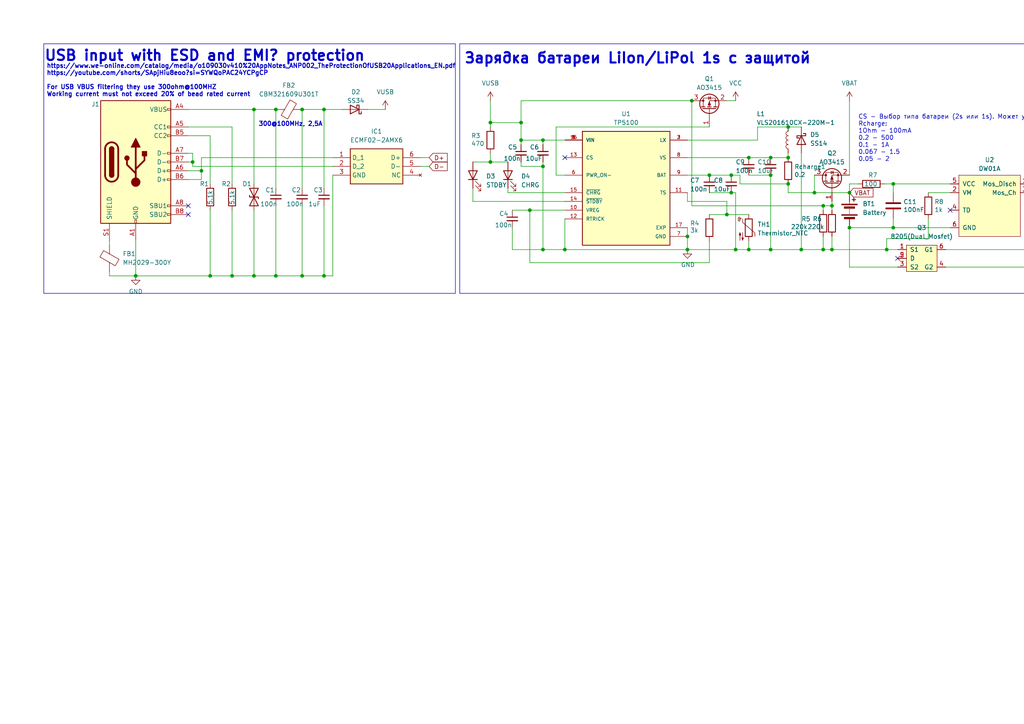
<source format=kicad_sch>
(kicad_sch (version 20231120) (generator "eeschema") (generator_version "8.0")
  (paper "A4")
  (lib_symbols
    (symbol "Connector:USB_C_Receptacle_USB2.0" (pin_names (offset 1.016))
      (property "Reference" "J" (at -10.16 19.05 0))
      (property "Value" "USB_C_Receptacle_USB2.0" (at 19.05 19.05 0))
      (symbol "USB_C_Receptacle_USB2.0_0_0"
        (rectangle (start -0.254 -17.78) (end 0.254 -16.764))
        (rectangle (start 10.16 -14.986) (end 9.144 -15.494))
        (rectangle (start 10.16 -12.446) (end 9.144 -12.954))
        (rectangle (start 10.16 -4.826) (end 9.144 -5.334))
        (rectangle (start 10.16 -2.286) (end 9.144 -2.794))
        (rectangle (start 10.16 0.254) (end 9.144 -0.254))
        (rectangle (start 10.16 2.794) (end 9.144 2.286))
        (rectangle (start 10.16 7.874) (end 9.144 7.366))
        (rectangle (start 10.16 10.414) (end 9.144 9.906))
        (rectangle (start 10.16 15.494) (end 9.144 14.986))
      )
      (symbol "USB_C_Receptacle_USB2.0_0_1"
        (rectangle (start -10.16 17.78) (end 10.16 -17.78) (stroke (width 0.254)) (fill (type background)))
        (arc (start -8.89 -3.81) (mid -6.985 -5.7067) (end -5.08 -3.81) (stroke (width 0.508)))
        (arc (start -7.62 -3.81) (mid -6.985 -4.4423) (end -6.35 -3.81) (stroke (width 0.254)))
        (arc (start -7.62 -3.81) (mid -6.985 -4.4423) (end -6.35 -3.81) (stroke (width 0.254)) (fill (type outline)))
        (rectangle (start -7.62 -3.81) (end -6.35 3.81) (stroke (width 0.254)) (fill (type outline)))
        (arc (start -6.35 3.81) (mid -6.985 4.4423) (end -7.62 3.81) (stroke (width 0.254)))
        (arc (start -6.35 3.81) (mid -6.985 4.4423) (end -7.62 3.81) (stroke (width 0.254)) (fill (type outline)))
        (arc (start -5.08 3.81) (mid -6.985 5.7067) (end -8.89 3.81) (stroke (width 0.508)))
        (circle (center -2.54 1.143) (radius 0.635) (stroke (width 0.254)) (fill (type outline)))
        (circle (center 0 -5.842) (radius 1.27) (fill (type outline)))
        (polyline (pts (xy -8.89 -3.81) (xy -8.89 3.81)) (stroke (width 0.508)))
        (polyline (pts (xy -5.08 3.81) (xy -5.08 -3.81)) (stroke (width 0.508)))
        (polyline (pts (xy 0 -5.842) (xy 0 4.318)) (stroke (width 0.508)))
        (polyline (pts (xy 0 -3.302) (xy -2.54 -0.762) (xy -2.54 0.508)) (stroke (width 0.508)))
        (polyline (pts (xy 0 -2.032) (xy 2.54 0.508) (xy 2.54 1.778)) (stroke (width 0.508)))
        (polyline (pts (xy -1.27 4.318) (xy 0 6.858) (xy 1.27 4.318) (xy -1.27 4.318)) (stroke (width 0.254)) (fill (type outline)))
        (rectangle (start 1.905 1.778) (end 3.175 3.048) (stroke (width 0.254)) (fill (type outline)))
      )
      (symbol "USB_C_Receptacle_USB2.0_1_1"
        (pin passive line (at 0 -22.86 90) (length 5.08) (name "GND") (number "A1"))
        (pin passive line (at 0 -22.86 90) (length 5.08) hide (name "GND") (number "A12"))
        (pin passive line (at 15.24 15.24 180) (length 5.08) (name "VBUS") (number "A4"))
        (pin bidirectional line (at 15.24 10.16 180) (length 5.08) (name "CC1") (number "A5"))
        (pin bidirectional line (at 15.24 -2.54 180) (length 5.08) (name "D+") (number "A6"))
        (pin bidirectional line (at 15.24 2.54 180) (length 5.08) (name "D-") (number "A7"))
        (pin bidirectional line (at 15.24 -12.7 180) (length 5.08) (name "SBU1") (number "A8"))
        (pin passive line (at 15.24 15.24 180) (length 5.08) hide (name "VBUS") (number "A9"))
        (pin passive line (at 0 -22.86 90) (length 5.08) hide (name "GND") (number "B1"))
        (pin passive line (at 0 -22.86 90) (length 5.08) hide (name "GND") (number "B12"))
        (pin passive line (at 15.24 15.24 180) (length 5.08) hide (name "VBUS") (number "B4"))
        (pin bidirectional line (at 15.24 7.62 180) (length 5.08) (name "CC2") (number "B5"))
        (pin bidirectional line (at 15.24 -5.08 180) (length 5.08) (name "D+") (number "B6"))
        (pin bidirectional line (at 15.24 0 180) (length 5.08) (name "D-") (number "B7"))
        (pin bidirectional line (at 15.24 -15.24 180) (length 5.08) (name "SBU2") (number "B8"))
        (pin passive line (at 15.24 15.24 180) (length 5.08) hide (name "VBUS") (number "B9"))
        (pin passive line (at -7.62 -22.86 90) (length 5.08) (name "SHIELD") (number "S1"))
      )
    )
    (symbol "Device:Battery" (pin_numbers hide) (pin_names (offset 0) hide)
      (property "Reference" "BT" (at 2.54 2.54 0))
      (property "Value" "Battery" (at 2.54 0 0))
      (symbol "Battery_0_1"
        (rectangle (start -2.286 -1.27) (end 2.286 -1.524) (fill (type outline)))
        (rectangle (start -2.286 1.778) (end 2.286 1.524) (fill (type outline)))
        (rectangle (start -1.524 -2.032) (end 1.524 -2.54) (fill (type outline)))
        (rectangle (start -1.524 1.016) (end 1.524 0.508) (fill (type outline)))
        (polyline (pts (xy 0 -1.016) (xy 0 -0.762)))
        (polyline (pts (xy 0 -0.508) (xy 0 -0.254)))
        (polyline (pts (xy 0 0) (xy 0 0.254)))
        (polyline (pts (xy 0 1.778) (xy 0 2.54)))
        (polyline (pts (xy 0.762 3.048) (xy 1.778 3.048)) (stroke (width 0.254)))
        (polyline (pts (xy 1.27 3.556) (xy 1.27 2.54)) (stroke (width 0.254)))
      )
      (symbol "Battery_1_1"
        (pin passive line (at 0 5.08 270) (length 2.54) (name "+") (number "1"))
        (pin passive line (at 0 -5.08 90) (length 2.54) (name "-") (number "2"))
      )
    )
    (symbol "Device:C" (pin_numbers hide) (pin_names (offset 0.254))
      (property "Reference" "C" (at 0.635 2.54 0))
      (property "Value" "C" (at 0.635 -2.54 0))
      (symbol "C_0_1"
        (polyline (pts (xy -2.032 -0.762) (xy 2.032 -0.762)) (stroke (width 0.508)))
        (polyline (pts (xy -2.032 0.762) (xy 2.032 0.762)) (stroke (width 0.508)))
      )
      (symbol "C_1_1"
        (pin passive line (at 0 3.81 270) (length 2.794) (name "~") (number "1"))
        (pin passive line (at 0 -3.81 90) (length 2.794) (name "~") (number "2"))
      )
    )
    (symbol "Device:C_Small" (pin_numbers hide) (pin_names (offset 0.254) hide)
      (property "Reference" "C" (at 0.254 1.778 0))
      (property "Value" "C_Small" (at 0.254 -2.032 0))
      (symbol "C_Small_0_1"
        (polyline (pts (xy -1.524 -0.508) (xy 1.524 -0.508)) (stroke (width 0.3302)))
        (polyline (pts (xy -1.524 0.508) (xy 1.524 0.508)) (stroke (width 0.3048)))
      )
      (symbol "C_Small_1_1"
        (pin passive line (at 0 2.54 270) (length 2.032) (name "~") (number "1"))
        (pin passive line (at 0 -2.54 90) (length 2.032) (name "~") (number "2"))
      )
    )
    (symbol "Device:D_Schottky" (pin_numbers hide) (pin_names (offset 1.016) hide)
      (property "Reference" "D" (at 0 2.54 0))
      (property "Value" "D_Schottky" (at 0 -2.54 0))
      (symbol "D_Schottky_0_1"
        (polyline (pts (xy 1.27 0) (xy -1.27 0)))
        (polyline (pts (xy 1.27 1.27) (xy 1.27 -1.27) (xy -1.27 0) (xy 1.27 1.27)) (stroke (width 0.254)))
        (polyline (pts (xy -1.905 0.635) (xy -1.905 1.27) (xy -1.27 1.27) (xy -1.27 -1.27) (xy -0.635 -1.27) (xy -0.635 -0.635)) (stroke (width 0.254)))
      )
      (symbol "D_Schottky_1_1"
        (pin passive line (at -3.81 0 0) (length 2.54) (name "K") (number "1"))
        (pin passive line (at 3.81 0 180) (length 2.54) (name "A") (number "2"))
      )
    )
    (symbol "Device:D_TVS" (pin_numbers hide) (pin_names (offset 1.016) hide)
      (property "Reference" "D" (at 0 2.54 0))
      (property "Value" "D_TVS" (at 0 -2.54 0))
      (symbol "D_TVS_0_1"
        (polyline (pts (xy 1.27 0) (xy -1.27 0)))
        (polyline (pts (xy 0.508 1.27) (xy 0 1.27) (xy 0 -1.27) (xy -0.508 -1.27)) (stroke (width 0.254)))
        (polyline (pts (xy -2.54 1.27) (xy -2.54 -1.27) (xy 2.54 1.27) (xy 2.54 -1.27) (xy -2.54 1.27)) (stroke (width 0.254)))
      )
      (symbol "D_TVS_1_1"
        (pin passive line (at -3.81 0 0) (length 2.54) (name "A1") (number "1"))
        (pin passive line (at 3.81 0 180) (length 2.54) (name "A2") (number "2"))
      )
    )
    (symbol "Device:FerriteBead" (pin_numbers hide) (pin_names (offset 0))
      (property "Reference" "FB" (at -3.81 0.635 90))
      (property "Value" "FerriteBead" (at 3.81 0 90))
      (symbol "FerriteBead_0_1"
        (polyline (pts (xy 0 -1.27) (xy 0 -1.2192)))
        (polyline (pts (xy 0 1.27) (xy 0 1.2954)))
        (polyline (pts (xy -2.7686 0.4064) (xy -1.7018 2.2606) (xy 2.7686 -0.3048) (xy 1.6764 -2.159) (xy -2.7686 0.4064)))
      )
      (symbol "FerriteBead_1_1"
        (pin passive line (at 0 3.81 270) (length 2.54) (name "~") (number "1"))
        (pin passive line (at 0 -3.81 90) (length 2.54) (name "~") (number "2"))
      )
    )
    (symbol "Device:L" (pin_numbers hide) (pin_names (offset 1.016) hide)
      (property "Reference" "L" (at -1.27 0 90))
      (property "Value" "L" (at 1.905 0 90))
      (symbol "L_0_1"
        (arc (start 0 -2.54) (mid 0.6323 -1.905) (end 0 -1.27))
        (arc (start 0 -1.27) (mid 0.6323 -0.635) (end 0 0))
        (arc (start 0 0) (mid 0.6323 0.635) (end 0 1.27))
        (arc (start 0 1.27) (mid 0.6323 1.905) (end 0 2.54))
      )
      (symbol "L_1_1"
        (pin passive line (at 0 3.81 270) (length 1.27) (name "1") (number "1"))
        (pin passive line (at 0 -3.81 90) (length 1.27) (name "2") (number "2"))
      )
    )
    (symbol "Device:LED" (pin_numbers hide) (pin_names (offset 1.016) hide)
      (property "Reference" "D" (at 0 2.54 0))
      (property "Value" "LED" (at 0 -2.54 0))
      (symbol "LED_0_1"
        (polyline (pts (xy -1.27 -1.27) (xy -1.27 1.27)) (stroke (width 0.254)))
        (polyline (pts (xy -1.27 0) (xy 1.27 0)))
        (polyline (pts (xy 1.27 -1.27) (xy 1.27 1.27) (xy -1.27 0) (xy 1.27 -1.27)) (stroke (width 0.254)))
        (polyline (pts (xy -3.048 -0.762) (xy -4.572 -2.286) (xy -3.81 -2.286) (xy -4.572 -2.286) (xy -4.572 -1.524)))
        (polyline (pts (xy -1.778 -0.762) (xy -3.302 -2.286) (xy -2.54 -2.286) (xy -3.302 -2.286) (xy -3.302 -1.524)))
      )
      (symbol "LED_1_1"
        (pin passive line (at -3.81 0 0) (length 2.54) (name "K") (number "1"))
        (pin passive line (at 3.81 0 180) (length 2.54) (name "A") (number "2"))
      )
    )
    (symbol "Device:Q_PMOS_GSD" (pin_names (offset 0) hide)
      (property "Reference" "Q" (at 5.08 1.27 0))
      (property "Value" "Q_PMOS_GSD" (at 5.08 -1.27 0))
      (symbol "Q_PMOS_GSD_0_1"
        (polyline (pts (xy 0.254 0) (xy -2.54 0)))
        (polyline (pts (xy 0.254 1.905) (xy 0.254 -1.905)) (stroke (width 0.254)))
        (polyline (pts (xy 0.762 -1.27) (xy 0.762 -2.286)) (stroke (width 0.254)))
        (polyline (pts (xy 0.762 0.508) (xy 0.762 -0.508)) (stroke (width 0.254)))
        (polyline (pts (xy 0.762 2.286) (xy 0.762 1.27)) (stroke (width 0.254)))
        (polyline (pts (xy 2.54 2.54) (xy 2.54 1.778)))
        (polyline (pts (xy 2.54 -2.54) (xy 2.54 0) (xy 0.762 0)))
        (polyline (pts (xy 0.762 1.778) (xy 3.302 1.778) (xy 3.302 -1.778) (xy 0.762 -1.778)))
        (polyline (pts (xy 2.286 0) (xy 1.27 0.381) (xy 1.27 -0.381) (xy 2.286 0)) (fill (type outline)))
        (polyline (pts (xy 2.794 -0.508) (xy 2.921 -0.381) (xy 3.683 -0.381) (xy 3.81 -0.254)))
        (polyline (pts (xy 3.302 -0.381) (xy 2.921 0.254) (xy 3.683 0.254) (xy 3.302 -0.381)))
        (circle (center 1.651 0) (radius 2.794) (stroke (width 0.254)))
        (circle (center 2.54 -1.778) (radius 0.254) (fill (type outline)))
        (circle (center 2.54 1.778) (radius 0.254) (fill (type outline)))
      )
      (symbol "Q_PMOS_GSD_1_1"
        (pin input line (at -5.08 0 0) (length 2.54) (name "G") (number "1"))
        (pin passive line (at 2.54 -5.08 90) (length 2.54) (name "S") (number "2"))
        (pin passive line (at 2.54 5.08 270) (length 2.54) (name "D") (number "3"))
      )
    )
    (symbol "Device:R" (pin_numbers hide) (pin_names (offset 0))
      (property "Reference" "R" (at 2.032 0 90))
      (property "Value" "R" (at 0 0 90))
      (symbol "R_0_1"
        (rectangle (start -1.016 -2.54) (end 1.016 2.54) (stroke (width 0.254)))
      )
      (symbol "R_1_1"
        (pin passive line (at 0 3.81 270) (length 1.27) (name "~") (number "1"))
        (pin passive line (at 0 -3.81 90) (length 1.27) (name "~") (number "2"))
      )
    )
    (symbol "Device:Thermistor_NTC" (pin_numbers hide) (pin_names (offset 0))
      (property "Reference" "TH" (at -4.445 0 90))
      (property "Value" "Thermistor_NTC" (at 3.175 0 90))
      (symbol "Thermistor_NTC_0_1"
        (arc (start -3.048 2.159) (mid -3.0495 2.3143) (end -3.175 2.413))
        (arc (start -3.048 2.159) (mid -2.9736 1.9794) (end -2.794 1.905))
        (arc (start -3.048 2.794) (mid -2.9736 2.6144) (end -2.794 2.54))
        (arc (start -2.794 1.905) (mid -2.6144 1.9794) (end -2.54 2.159))
        (arc (start -2.794 2.54) (mid -2.4393 2.5587) (end -2.159 2.794))
        (arc (start -2.794 3.048) (mid -2.9736 2.9736) (end -3.048 2.794))
        (arc (start -2.54 2.794) (mid -2.6144 2.9736) (end -2.794 3.048))
        (rectangle (start -1.016 2.54) (end 1.016 -2.54) (stroke (width 0.254)))
        (polyline (pts (xy -2.54 2.159) (xy -2.54 2.794)))
        (polyline (pts (xy -1.778 2.54) (xy -1.778 1.524) (xy 1.778 -1.524) (xy 1.778 -2.54)))
        (polyline (pts (xy -2.54 -3.683) (xy -2.54 -1.397) (xy -2.794 -2.159) (xy -2.286 -2.159) (xy -2.54 -1.397) (xy -2.54 -1.651)) (fill (type outline)))
        (polyline (pts (xy -1.778 -1.397) (xy -1.778 -3.683) (xy -2.032 -2.921) (xy -1.524 -2.921) (xy -1.778 -3.683) (xy -1.778 -3.429)) (fill (type outline)))
      )
      (symbol "Thermistor_NTC_1_1"
        (pin passive line (at 0 3.81 270) (length 1.27) (name "~") (number "1"))
        (pin passive line (at 0 -3.81 90) (length 1.27) (name "~") (number "2"))
      )
    )
    (symbol "VCC_1" (power) (pin_numbers hide) (pin_names (offset 0) hide)
      (property "Value" "VCC" (at 0 3.556 0))
      (symbol "VCC_1_0_1"
        (polyline (pts (xy -0.762 1.27) (xy 0 2.54)))
        (polyline (pts (xy 0 0) (xy 0 2.54)))
        (polyline (pts (xy 0 2.54) (xy 0.762 1.27)))
      )
      (symbol "VCC_1_1_1"
        (pin power_in line (at 0 0 90) (length 0) (name "~") (number "1"))
      )
    )
    (symbol "_chips:8205_sot-23" (pin_names (offset 1.016))
      (property "Reference" "Q1" (at -0.635 8.255 0))
      (property "Value" "8205(Dual_Mosfet)" (at -0.635 5.9436 0))
      (symbol "8205_sot-23_0_1"
        (rectangle (start 3.81 -3.81) (end -5.08 3.81) (fill (type background)))
      )
      (symbol "8205_sot-23_1_1"
        (pin passive line (at -7.62 2.54 0) (length 2.54) (name "S1") (number "1"))
        (pin passive line (at -7.62 0 0) (length 2.54) (name "D") (number "2"))
        (pin passive line (at -7.62 -2.54 0) (length 2.54) (name "S2") (number "3"))
        (pin passive line (at 6.35 -2.54 180) (length 2.54) (name "G2") (number "4"))
        (pin passive line (at -7.62 0 0) (length 2.54) (name "D") (number "5"))
        (pin passive line (at 6.35 2.54 180) (length 2.54) (name "G1") (number "6"))
      )
    )
    (symbol "_chips:DW01a" (pin_names (offset 1.016))
      (property "Reference" "U6" (at 0 6.731 0))
      (property "Value" "DW01A" (at 0 4.4196 0))
      (symbol "DW01a_0_1"
        (rectangle (start 8.89 2.54) (end -8.89 -15.24) (fill (type background)))
      )
      (symbol "DW01a_1_1"
        (pin output line (at 11.43 0 180) (length 2.54) (name "Mos_Disch") (number "1"))
        (pin input line (at -11.43 -2.54 0) (length 2.54) (name "VM") (number "2"))
        (pin output line (at 11.43 -2.54 180) (length 2.54) (name "Mos_Ch") (number "3"))
        (pin passive line (at -11.43 -7.62 0) (length 2.54) (name "TD") (number "4"))
        (pin power_in line (at -11.43 0 0) (length 2.54) (name "VCC") (number "5"))
        (pin power_in line (at -11.43 -12.7 0) (length 2.54) (name "GND") (number "6"))
      )
    )
    (symbol "_chips:ECMF02-2AMX6"
      (property "Reference" "IC" (at 5.08 7.62 0))
      (property "Value" "ECMF02-2AMX6" (at 5.08 5.08 0))
      (symbol "ECMF02-2AMX6_1_1"
        (rectangle (start 5.08 2.54) (end 20.32 -7.62) (stroke (width 0.254)) (fill (type background)))
        (pin passive line (at 0 0 0) (length 5.08) (name "D_1") (number "1"))
        (pin passive line (at 0 -2.54 0) (length 5.08) (name "D_2") (number "2"))
        (pin passive line (at 0 -5.08 0) (length 5.08) (name "GND") (number "3"))
        (pin no_connect line (at 25.4 -5.08 180) (length 5.08) (name "NC") (number "4"))
        (pin passive line (at 25.4 -2.54 180) (length 5.08) (name "D-") (number "5"))
        (pin passive line (at 25.4 0 180) (length 5.08) (name "D+") (number "6"))
      )
    )
    (symbol "_chips:TP5100" (pin_names (offset 1.016))
      (property "Reference" "U" (at -12.7 15.748 0))
      (property "Value" "TP5100" (at -12.7 -20.32 0))
      (symbol "TP5100_0_0"
        (rectangle (start -12.7 -17.78) (end 12.7 15.24) (stroke (width 0.254)) (fill (type background)))
        (pin input line (at -17.78 12.7 0) (length 5.08) (name "VIN") (number "1"))
        (pin passive line (at -17.78 -7.62 0) (length 5.08) (name "VREG") (number "10"))
        (pin passive line (at 17.78 -2.54 180) (length 5.08) (name "TS") (number "11"))
        (pin passive line (at -17.78 -10.16 0) (length 5.08) (name "RTRICK") (number "12"))
        (pin input line (at -17.78 7.62 0) (length 5.08) (name "CS") (number "13"))
        (pin output line (at -17.78 -5.08 0) (length 5.08) (name "~{STDBY}") (number "14"))
        (pin output line (at -17.78 -2.54 0) (length 5.08) (name "~{CHRG}") (number "15"))
        (pin input line (at -17.78 12.7 0) (length 5.08) (name "VIN") (number "16"))
        (pin passive line (at 17.78 -12.7 180) (length 5.08) (name "EXP") (number "17"))
        (pin output line (at 17.78 12.7 180) (length 5.08) (name "LX") (number "2"))
        (pin output line (at 17.78 12.7 180) (length 5.08) (name "LX") (number "3"))
        (pin input line (at -17.78 12.7 0) (length 5.08) (name "VIN") (number "4"))
        (pin input line (at -17.78 12.7 0) (length 5.08) (name "VIN") (number "5"))
        (pin input line (at -17.78 2.54 0) (length 5.08) (name "PWR_ON-") (number "6"))
        (pin power_in line (at 17.78 -15.24 180) (length 5.08) (name "GND") (number "7"))
        (pin output line (at 17.78 7.62 180) (length 5.08) (name "VS") (number "8"))
        (pin output line (at 17.78 2.54 180) (length 5.08) (name "BAT") (number "9"))
      )
    )
    (symbol "power:GND" (power) (pin_names (offset 0))
      (property "Value" "GND" (at 0 -3.81 0))
      (symbol "GND_0_1"
        (polyline (pts (xy 0 0) (xy 0 -1.27) (xy 1.27 -1.27) (xy 0 -2.54) (xy -1.27 -1.27) (xy 0 -1.27)))
      )
      (symbol "GND_1_1"
        (pin power_in line (at 0 0 270) (length 0) hide (name "GND") (number "1"))
      )
    )
    (symbol "power:VCC" (power) (pin_names (offset 0))
      (property "Value" "VCC" (at 0 3.81 0))
      (symbol "VCC_0_1"
        (polyline (pts (xy -0.762 1.27) (xy 0 2.54)))
        (polyline (pts (xy 0 0) (xy 0 2.54)))
        (polyline (pts (xy 0 2.54) (xy 0.762 1.27)))
      )
      (symbol "VCC_1_1"
        (pin power_in line (at 0 0 90) (length 0) hide (name "VCC") (number "1"))
      )
    )
  )
  (junction (at 205.74 50.8))
  (junction (at 246.38 66.04))
  (junction (at 142.24 35.56))
  (junction (at 228.6 36.83))
  (junction (at 217.17 72.39))
  (junction (at 157.48 48.26))
  (junction (at 238.76 72.39))
  (junction (at 259.08 53.34))
  (junction (at 157.48 40.64))
  (junction (at 217.17 45.72))
  (junction (at 87.63 31.75))
  (junction (at 241.3 72.39))
  (junction (at 223.52 45.72))
  (junction (at 236.22 55.88))
  (junction (at 228.6 45.72))
  (junction (at 142.24 46.99))
  (junction (at 228.6 53.34))
  (junction (at 199.39 68.58))
  (junction (at 151.13 40.64))
  (junction (at 73.66 31.75))
  (junction (at 223.52 50.8))
  (junction (at 93.98 31.75))
  (junction (at 67.31 80.01))
  (junction (at 210.82 62.23))
  (junction (at 200.66 29.21))
  (junction (at 257.175 72.39))
  (junction (at 39.37 80.01))
  (junction (at 259.08 66.04))
  (junction (at 93.98 80.01))
  (junction (at 199.39 72.39))
  (junction (at 151.13 35.56))
  (junction (at 153.67 60.96))
  (junction (at 73.66 80.01))
  (junction (at 60.96 80.01))
  (junction (at 55.88 46.99))
  (junction (at 163.83 72.39))
  (junction (at 241.3 59.69))
  (junction (at 212.09 55.88))
  (junction (at 80.01 31.75))
  (junction (at 246.38 55.88))
  (junction (at 213.36 72.39))
  (junction (at 223.52 72.39))
  (junction (at 232.41 72.39))
  (junction (at 58.42 49.53))
  (junction (at 157.48 72.39))
  (junction (at 80.01 80.01))
  (junction (at 238.76 59.69))
  (junction (at 212.09 50.8))
  (junction (at 87.63 80.01))
  (no_connect (at 275.59 60.96))
  (no_connect (at 260.35 74.93))
  (no_connect (at 54.61 62.23))
  (no_connect (at 54.61 59.69))
  (no_connect (at 163.83 45.72))
  (wire (pts (xy 241.3 59.69) (xy 241.3 60.96)))
  (wire (pts (xy 58.42 49.53) (xy 54.61 49.53)))
  (wire (pts (xy 151.13 35.56) (xy 151.13 29.21)))
  (wire (pts (xy 238.76 68.58) (xy 238.76 72.39)))
  (wire (pts (xy 236.22 50.8) (xy 236.22 55.88)))
  (wire (pts (xy 157.48 41.91) (xy 157.48 40.64)))
  (wire (pts (xy 199.39 72.39) (xy 199.39 68.58)))
  (wire (pts (xy 205.74 69.85) (xy 205.74 76.2)))
  (wire (pts (xy 246.38 66.04) (xy 246.38 77.47)))
  (wire (pts (xy 210.82 29.21) (xy 213.36 29.21)))
  (wire (pts (xy 161.29 50.8) (xy 163.83 50.8)))
  (wire (pts (xy 54.61 36.83) (xy 67.31 36.83)))
  (wire (pts (xy 67.31 36.83) (xy 67.31 53.34)))
  (wire (pts (xy 55.88 44.45) (xy 54.61 44.45)))
  (wire (pts (xy 205.74 50.8) (xy 212.09 50.8)))
  (wire (pts (xy 205.74 62.23) (xy 210.82 62.23)))
  (wire (pts (xy 106.68 31.75) (xy 111.76 31.75)))
  (wire (pts (xy 238.76 72.39) (xy 241.3 72.39)))
  (wire (pts (xy 148.59 60.96) (xy 153.67 60.96)))
  (wire (pts (xy 223.52 50.8) (xy 223.52 72.39)))
  (wire (pts (xy 213.36 55.88) (xy 212.09 55.88)))
  (wire (pts (xy 217.17 69.85) (xy 217.17 72.39)))
  (wire (pts (xy 241.3 68.58) (xy 241.3 72.39)))
  (wire (pts (xy 246.38 77.47) (xy 260.35 77.47)))
  (wire (pts (xy 58.42 49.53) (xy 58.42 52.07)))
  (wire (pts (xy 214.63 50.8) (xy 214.63 53.34)))
  (wire (pts (xy 87.63 80.01) (xy 93.98 80.01)))
  (wire (pts (xy 58.42 45.72) (xy 58.42 49.53)))
  (wire (pts (xy 80.01 80.01) (xy 87.63 80.01)))
  (wire (pts (xy 73.66 60.96) (xy 73.66 80.01)))
  (wire (pts (xy 39.37 69.85) (xy 39.37 80.01)))
  (wire (pts (xy 257.175 72.39) (xy 260.35 72.39)))
  (wire (pts (xy 151.13 41.91) (xy 151.13 40.64)))
  (wire (pts (xy 274.32 77.47) (xy 300.99 77.47)))
  (wire (pts (xy 223.52 45.72) (xy 228.6 45.72)))
  (wire (pts (xy 121.92 45.72) (xy 124.46 45.72)))
  (wire (pts (xy 87.63 31.75) (xy 87.63 54.61)))
  (wire (pts (xy 199.39 72.39) (xy 163.83 72.39)))
  (wire (pts (xy 31.75 69.85) (xy 31.75 71.12)))
  (wire (pts (xy 148.59 72.39) (xy 148.59 66.04)))
  (wire (pts (xy 39.37 80.01) (xy 60.96 80.01)))
  (wire (pts (xy 210.82 62.23) (xy 217.17 62.23)))
  (wire (pts (xy 232.41 44.45) (xy 232.41 72.39)))
  (wire (pts (xy 163.83 40.64) (xy 157.48 40.64)))
  (wire (pts (xy 205.74 55.88) (xy 212.09 55.88)))
  (wire (pts (xy 142.24 35.56) (xy 142.24 36.83)))
  (wire (pts (xy 213.36 72.39) (xy 217.17 72.39)))
  (wire (pts (xy 199.39 55.88) (xy 199.39 58.42)))
  (wire (pts (xy 228.6 53.34) (xy 228.6 55.88)))
  (wire (pts (xy 241.3 72.39) (xy 257.175 72.39)))
  (wire (pts (xy 54.61 46.99) (xy 55.88 46.99)))
  (wire (pts (xy 137.16 46.99) (xy 142.24 46.99)))
  (wire (pts (xy 151.13 48.26) (xy 157.48 48.26)))
  (wire (pts (xy 163.83 72.39) (xy 157.48 72.39)))
  (wire (pts (xy 212.09 50.8) (xy 214.63 50.8)))
  (wire (pts (xy 157.48 48.26) (xy 157.48 72.39)))
  (wire (pts (xy 259.08 63.5) (xy 259.08 66.04)))
  (wire (pts (xy 58.42 45.72) (xy 96.52 45.72)))
  (wire (pts (xy 241.3 59.69) (xy 238.76 59.69)))
  (wire (pts (xy 55.88 46.99) (xy 55.88 44.45)))
  (wire (pts (xy 228.6 45.72) (xy 228.6 44.45)))
  (wire (pts (xy 241.3 59.69) (xy 241.3 58.42)))
  (wire (pts (xy 259.08 55.88) (xy 259.08 53.34)))
  (wire (pts (xy 60.96 60.96) (xy 60.96 80.01)))
  (wire (pts (xy 96.52 50.8) (xy 96.52 80.01)))
  (wire (pts (xy 205.74 76.2) (xy 153.67 76.2)))
  (wire (pts (xy 142.24 29.21) (xy 142.24 35.56)))
  (wire (pts (xy 246.38 53.34) (xy 246.38 55.88)))
  (wire (pts (xy 87.63 59.69) (xy 87.63 80.01)))
  (wire (pts (xy 269.24 55.88) (xy 275.59 55.88)))
  (wire (pts (xy 142.24 46.99) (xy 147.32 46.99)))
  (wire (pts (xy 93.98 59.69) (xy 93.98 80.01)))
  (wire (pts (xy 238.76 59.69) (xy 200.66 59.69)))
  (wire (pts (xy 200.66 59.69) (xy 200.66 29.21)))
  (wire (pts (xy 300.99 53.34) (xy 300.99 77.47)))
  (wire (pts (xy 157.48 40.64) (xy 151.13 40.64)))
  (wire (pts (xy 87.63 31.75) (xy 93.98 31.75)))
  (wire (pts (xy 199.39 45.72) (xy 217.17 45.72)))
  (wire (pts (xy 213.36 55.88) (xy 213.36 72.39)))
  (wire (pts (xy 236.22 55.88) (xy 246.38 55.88)))
  (wire (pts (xy 199.39 40.64) (xy 219.71 40.64)))
  (wire (pts (xy 163.83 63.5) (xy 163.83 72.39)))
  (wire (pts (xy 228.6 36.83) (xy 232.41 36.83)))
  (wire (pts (xy 31.75 78.74) (xy 31.75 80.01)))
  (wire (pts (xy 137.16 54.61) (xy 137.16 58.42)))
  (wire (pts (xy 205.74 36.83) (xy 161.29 36.83)))
  (wire (pts (xy 157.48 48.26) (xy 157.48 46.99)))
  (wire (pts (xy 54.61 31.75) (xy 73.66 31.75)))
  (wire (pts (xy 199.39 58.42) (xy 210.82 58.42)))
  (wire (pts (xy 199.39 50.8) (xy 205.74 50.8)))
  (wire (pts (xy 217.17 72.39) (xy 223.52 72.39)))
  (wire (pts (xy 151.13 40.64) (xy 151.13 35.56)))
  (wire (pts (xy 298.45 72.39) (xy 274.32 72.39)))
  (wire (pts (xy 60.96 39.37) (xy 60.96 53.34)))
  (wire (pts (xy 58.42 52.07) (xy 54.61 52.07)))
  (wire (pts (xy 55.88 48.26) (xy 55.88 46.99)))
  (wire (pts (xy 153.67 76.2) (xy 153.67 60.96)))
  (wire (pts (xy 217.17 50.8) (xy 223.52 50.8)))
  (wire (pts (xy 67.31 80.01) (xy 60.96 80.01)))
  (wire (pts (xy 73.66 31.75) (xy 73.66 53.34)))
  (wire (pts (xy 269.24 63.5) (xy 269.24 69.215)))
  (wire (pts (xy 73.66 31.75) (xy 80.01 31.75)))
  (wire (pts (xy 96.52 80.01) (xy 93.98 80.01)))
  (wire (pts (xy 80.01 31.75) (xy 80.01 54.61)))
  (wire (pts (xy 96.52 48.26) (xy 55.88 48.26)))
  (wire (pts (xy 210.82 58.42) (xy 210.82 62.23)))
  (wire (pts (xy 232.41 72.39) (xy 238.76 72.39)))
  (wire (pts (xy 67.31 60.96) (xy 67.31 80.01)))
  (wire (pts (xy 228.6 55.88) (xy 236.22 55.88)))
  (wire (pts (xy 238.76 60.96) (xy 238.76 59.69)))
  (wire (pts (xy 137.16 58.42) (xy 163.83 58.42)))
  (wire (pts (xy 31.75 80.01) (xy 39.37 80.01)))
  (wire (pts (xy 259.08 53.34) (xy 275.59 53.34)))
  (wire (pts (xy 257.175 69.215) (xy 257.175 72.39)))
  (wire (pts (xy 121.92 48.26) (xy 124.46 48.26)))
  (wire (pts (xy 151.13 48.26) (xy 151.13 46.99)))
  (wire (pts (xy 151.13 29.21) (xy 200.66 29.21)))
  (wire (pts (xy 157.48 72.39) (xy 148.59 72.39)))
  (wire (pts (xy 223.52 72.39) (xy 232.41 72.39)))
  (wire (pts (xy 199.39 72.39) (xy 213.36 72.39)))
  (wire (pts (xy 93.98 31.75) (xy 93.98 54.61)))
  (wire (pts (xy 73.66 80.01) (xy 80.01 80.01)))
  (wire (pts (xy 219.71 40.64) (xy 219.71 36.83)))
  (wire (pts (xy 199.39 68.58) (xy 199.39 66.04)))
  (wire (pts (xy 269.24 69.215) (xy 257.175 69.215)))
  (wire (pts (xy 151.13 35.56) (xy 142.24 35.56)))
  (wire (pts (xy 147.32 54.61) (xy 147.32 55.88)))
  (wire (pts (xy 214.63 53.34) (xy 228.6 53.34)))
  (wire (pts (xy 246.38 53.34) (xy 248.92 53.34)))
  (wire (pts (xy 298.45 55.88) (xy 298.45 72.39)))
  (wire (pts (xy 298.45 53.34) (xy 300.99 53.34)))
  (wire (pts (xy 142.24 44.45) (xy 142.24 46.99)))
  (wire (pts (xy 217.17 45.72) (xy 223.52 45.72)))
  (wire (pts (xy 219.71 36.83) (xy 228.6 36.83)))
  (wire (pts (xy 153.67 60.96) (xy 163.83 60.96)))
  (wire (pts (xy 93.98 31.75) (xy 99.06 31.75)))
  (wire (pts (xy 161.29 36.83) (xy 161.29 50.8)))
  (wire (pts (xy 246.38 29.21) (xy 246.38 50.8)))
  (wire (pts (xy 246.38 66.04) (xy 259.08 66.04)))
  (wire (pts (xy 80.01 59.69) (xy 80.01 80.01)))
  (wire (pts (xy 147.32 55.88) (xy 163.83 55.88)))
  (wire (pts (xy 259.08 66.04) (xy 275.59 66.04)))
  (wire (pts (xy 54.61 39.37) (xy 60.96 39.37)))
  (wire (pts (xy 67.31 80.01) (xy 73.66 80.01)))
  (wire (pts (xy 256.54 53.34) (xy 259.08 53.34)))
  (rectangle (start 133.35 12.7) (end 310.515 85.09))
  (rectangle (start 12.7 12.7) (end 132.08 85.09))
  (text "USB input with ESD and EMI? protection" (at 12.7 18.034 0) (effects (font (size 3 3) (thickness 0.6) (bold yes)) (justify left bottom)))
  (text "Зарядка батареи LiIon/LiPol 1s с защитой" (at 184.912 17.018 0) (effects (font (size 3 3) (thickness 0.6) (bold yes))))
  (text "https://www.we-online.com/catalog/media/o109030v410%20AppNotes_ANP002_TheProtectionOfUSB20Applications_EN.pdf\nhttps://youtube.com/shorts/SApjHiu8eoo?si=SYWQoPAC24YCPgCP\n\nFor USB VBUS filtering they use 300ohm@100MHZ\nWorking current must not exceed 20% of bead rated current" (at 13.462 28.194 0) (effects (font (size 1.27 1.27) (bold yes)) (justify left bottom)))
  (text "300@100MHz, 2,5A" (at 74.93 36.83 0) (effects (font (size 1.27 1.27) (bold yes)) (justify left bottom)))
  (text "CS - Выбор типа батареи (2s или 1s). Может усправляться\nRcharge:\n1Ohm - 100mA\n0.2 - 500\n0.1 - 1A\n0.067 - 1.5\n0.05 - 2" (at 248.92 40.132 0) (effects (font (size 1.27 1.27)) (justify left)))
  (global_label "VBAT" (shape input) (at 246.38 55.88 0) (property "Intersheetrefs" "${INTERSHEET_REFS}" (effects (hide yes))))
  (global_label "D+" (shape input) (at 124.46 45.72 0) (property "Intersheetrefs" "${INTERSHEET_REFS}" (effects (hide yes))))
  (global_label "D-" (shape input) (at 124.46 48.26 0) (property "Intersheetrefs" "${INTERSHEET_REFS}" (effects (hide yes))))
  (symbol (lib_id "Device:C_Small") (at 205.74 53.34 0) (unit 1)
    (property "Reference" "C7" (at 200.152 52.324 0) (effects (justify left)))
    (property "Value" "100n" (at 200.152 54.864 0) (effects (justify left)))
    (property "Footprint" "Capacitor_SMD:C_0402_1005Metric_Pad0.74x0.62mm_HandSolder" (effects (hide yes)))
  )
  (symbol (lib_id "_chips:TP5100") (at 181.61 53.34 0) (unit 1)
    (property "Reference" "U1" (at 181.61 33.02 0))
    (property "Value" "TP5100" (at 181.61 35.56 0))
    (property "Footprint" "Package_DFN_QFN:QFN-16-1EP_4x4mm_P0.65mm_EP2.1x2.1mm" (effects (hide yes)))
    (property "Datasheet" "https://www.promelec.ru/fs/sources/75/14/fc/a5/01efac50202eb270566d2c7e.pdf" (effects (hide yes)))
    (property "MF" "NanJing Top Power ASIC Corp." (effects (hide yes)))
    (property "MAXIMUM_PACKAGE_HEIGHT" "0.9 mm" (effects (hide yes)))
    (property "Package" "Package" (effects (hide yes)))
    (property "Price" "None" (effects (hide yes)))
    (property "Check_prices" "https://www.snapeda.com/parts/TP5100/NanJing+Top+Power+ASIC+Corp./view-part/?ref=eda" (effects (hide yes)))
    (property "STANDARD" "IPC 7351B" (effects (hide yes)))
    (property "PARTREV" "2.3" (effects (hide yes)))
    (property "SnapEDA_Link" "https://www.snapeda.com/parts/TP5100/NanJing+Top+Power+ASIC+Corp./view-part/?ref=snap" (effects (hide yes)))
    (property "MP" "TP5100" (effects (hide yes)))
    (property "Description_1" "\n2A-switch buck 8.4V / 4.2V rechargeable lithium battery\n" (effects (hide yes)))
    (property "MANUFACTURER" "NanJing Top Power ASIC Corp." (effects (hide yes)))
    (property "Availability" "Not in stock" (effects (hide yes)))
    (property "SNAPEDA_PN" "TP5100" (effects (hide yes)))
  )
  (symbol (lib_id "power:GND") (at 199.39 72.39 0) (unit 1)
    (property "Reference" "#PWR04" (effects (hide yes)))
    (property "Value" "GND" (at 199.517 76.7842 0))
  )
  (symbol (lib_id "Device:Thermistor_NTC") (at 217.17 66.04 0) (unit 1)
    (property "Reference" "TH1" (at 219.71 65.0874 0) (effects (justify left)))
    (property "Value" "Thermistor_NTC" (at 219.71 67.6274 0) (effects (justify left)))
    (property "Footprint" "Resistor_SMD:R_0805_2012Metric_Pad1.20x1.40mm_HandSolder" (effects (hide yes)))
    (property "Description" "Temperature dependent resistor, negative temperature coefficient" (effects (hide yes)))
  )
  (symbol (lib_id "Device:R") (at 269.24 59.69 0) (unit 1)
    (property "Reference" "R8" (at 271.018 58.5216 0) (effects (justify left)))
    (property "Value" "1k" (at 271.018 60.833 0) (effects (justify left)))
    (property "Footprint" "Resistor_SMD:R_0402_1005Metric_Pad0.72x0.64mm_HandSolder" (effects (hide yes)))
  )
  (symbol (lib_id "Device:L") (at 228.6 40.64 180) (unit 1)
    (property "Reference" "L1" (at 219.456 33.02 0) (effects (justify right)))
    (property "Value" "VLS201610CX-220M-1" (at 219.456 35.56 0) (effects (justify right)))
    (property "Footprint" "_basic:IND_VLS201610CX-220M-1" (effects (hide yes)))
    (property "Description" "Inductor" (effects (hide yes)))
  )
  (symbol (lib_id "Device:C_Small") (at 223.52 48.26 0) (unit 1)
    (property "Reference" "C10" (at 219.71 46.99 0) (effects (justify left)))
    (property "Value" "10uF" (at 219.71 49.53 0) (effects (justify left)))
    (property "Footprint" "Capacitor_SMD:C_0603_1608Metric_Pad1.08x0.95mm_HandSolder" (effects (hide yes)))
  )
  (symbol (lib_id "Device:FerriteBead") (at 31.75 74.93 0) (unit 1)
    (property "Reference" "FB1" (at 35.56 73.6091 0) (effects (justify left)))
    (property "Value" "MH2029-300Y" (at 35.56 76.1491 0) (effects (justify left)))
    (property "Footprint" "Inductor_SMD:L_0805_2012Metric_Pad1.05x1.20mm_HandSolder" (effects (hide yes)))
    (property "Description" "Ferrite bead" (effects (hide yes)))
  )
  (symbol (lib_id "_chips:ECMF02-2AMX6") (at 96.52 45.72 0) (unit 1)
    (property "Reference" "IC1" (at 109.22 38.1 0))
    (property "Value" "ECMF02-2AMX6" (at 109.22 40.64 0))
    (property "Footprint" "_chips:ESD_ECMF02-2AMX6" (effects (hide yes)))
    (property "Datasheet" "http://www.st.com/content/ccc/resource/technical/document/datasheet/3a/28/cf/d0/31/63/48/8c/CD00282307.pdf/files/CD00282307.pdf/jcr:content/translations/en.CD00282307.pdf" (effects (hide yes)))
    (property "Height" "0.55" (effects (hide yes)))
    (property "Manufacturer_Name" "STMicroelectronics" (effects (hide yes)))
    (property "Manufacturer_Part_Number" "ECMF02-2AMX6" (effects (hide yes)))
    (property "Mouser Part Number" "511-ECMF02-2AMX6" (effects (hide yes)))
    (property "Mouser Price/Stock" "https://www.mouser.co.uk/ProductDetail/STMicroelectronics/ECMF02-2AMX6?qs=raAh8RbVwI65u5gmT42%2Flg%3D%3D" (effects (hide yes)))
    (property "Arrow Part Number" "ECMF02-2AMX6" (effects (hide yes)))
    (property "Arrow Price/Stock" "https://www.arrow.com/en/products/ecmf02-2amx6/stmicroelectronics?region=nac" (effects (hide yes)))
  )
  (symbol (lib_id "Device:C") (at 259.08 59.69 0) (unit 1)
    (property "Reference" "C11" (at 262.001 58.5216 0) (effects (justify left)))
    (property "Value" "100nF" (at 262.001 60.833 0) (effects (justify left)))
    (property "Footprint" "Capacitor_SMD:C_0402_1005Metric_Pad0.74x0.62mm_HandSolder" (effects (hide yes)))
  )
  (symbol (lib_id "Connector:USB_C_Receptacle_USB2.0") (at 39.37 46.99 0) (unit 1)
    (property "Reference" "J1" (at 27.686 30.226 0))
    (property "Value" "USB_C_Receptacle_USB2.0" (effects (hide yes)))
    (property "Footprint" "_usb:RUICHI_TYPE-C-16PF-020" (effects (hide yes)))
    (property "Datasheet" "https://www.usb.org/sites/default/files/documents/usb_type-c.zip" (effects (hide yes)))
  )
  (symbol (lib_id "Device:C_Small") (at 93.98 57.15 0) (unit 1)
    (property "Reference" "C3" (at 90.932 55.118 0) (effects (justify left)))
    (property "Value" "1uF" (at 89.408 59.182 0) (effects (justify left)))
    (property "Footprint" "Capacitor_SMD:C_0603_1608Metric_Pad1.08x0.95mm_HandSolder" (effects (hide yes)))
  )
  (symbol (lib_name "VCC_1") (lib_id "power:VCC") (at 213.36 29.21 0) (unit 1)
    (property "Reference" "#PWR05" (effects (hide yes)))
    (property "Value" "VCC" (at 213.36 24.13 0))
    (property "Description" "Power symbol creates a global label with name \"VCC\"" (effects (hide yes)))
  )
  (symbol (lib_id "_chips:8205_sot-23") (at 267.97 74.93 0) (unit 1)
    (property "Reference" "Q3" (at 267.335 66.04 0))
    (property "Value" "8205(Dual_Mosfet)" (at 267.335 68.58 0))
    (property "Footprint" "Package_TO_SOT_SMD:SOT-23-6_Handsoldering" (effects (hide yes)))
  )
  (symbol (lib_id "Device:R") (at 252.73 53.34 90) (unit 1)
    (property "Reference" "R7" (at 254.508 50.8 90) (effects (justify left)))
    (property "Value" "100" (at 254.508 53.34 90) (effects (justify left)))
    (property "Footprint" "Resistor_SMD:R_0402_1005Metric_Pad0.72x0.64mm_HandSolder" (effects (hide yes)))
  )
  (symbol (lib_id "Device:D_Schottky") (at 102.87 31.75 180) (unit 1)
    (property "Reference" "D2" (at 103.1875 26.67 0))
    (property "Value" "SS34" (at 103.1875 29.21 0))
    (property "Footprint" "Diode_SMD:D_SMA" (effects (hide yes)))
    (property "Description" "Schottky diode" (effects (hide yes)))
  )
  (symbol (lib_id "Device:C_Small") (at 157.48 44.45 0) (unit 1)
    (property "Reference" "C6" (at 153.67 42.672 0) (effects (justify left)))
    (property "Value" "10uF" (at 152.4 45.974 0) (effects (justify left)))
    (property "Footprint" "Capacitor_SMD:C_0603_1608Metric_Pad1.08x0.95mm_HandSolder" (effects (hide yes)))
  )
  (symbol (lib_id "Device:C_Small") (at 87.63 57.15 0) (unit 1)
    (property "Reference" "C2" (at 84.582 55.118 0) (effects (justify left)))
    (property "Value" "100n" (at 83.058 59.182 0) (effects (justify left)))
    (property "Footprint" "Capacitor_SMD:C_0402_1005Metric_Pad0.74x0.62mm_HandSolder" (effects (hide yes)))
  )
  (symbol (lib_id "power:VCC") (at 142.24 29.21 0) (unit 1)
    (property "Reference" "#PWR03" (effects (hide yes)))
    (property "Value" "VUSB" (at 142.24 24.13 0))
  )
  (symbol (lib_id "Device:C_Small") (at 80.01 57.15 0) (unit 1)
    (property "Reference" "C1" (at 76.962 55.118 0) (effects (justify left)))
    (property "Value" "100n" (at 75.438 59.182 0) (effects (justify left)))
    (property "Footprint" "Capacitor_SMD:C_0402_1005Metric_Pad0.74x0.62mm_HandSolder" (effects (hide yes)))
  )
  (symbol (lib_id "Device:LED") (at 147.32 50.8 90) (unit 1)
    (property "Reference" "D4" (at 151.13 51.1174 90) (effects (justify right)))
    (property "Value" "CHRG" (at 151.13 53.6574 90) (effects (justify right)))
    (property "Footprint" "LED_SMD:LED_0603_1608Metric" (effects (hide yes)))
    (property "Description" "Light emitting diode" (effects (hide yes)))
  )
  (symbol (lib_id "Device:C_Small") (at 148.59 63.5 0) (unit 1)
    (property "Reference" "C4" (at 144.78 61.976 0) (effects (justify left)))
    (property "Value" "100n" (at 143.51 65.278 0) (effects (justify left)))
    (property "Footprint" "Capacitor_SMD:C_0402_1005Metric_Pad0.74x0.62mm_HandSolder" (effects (hide yes)))
  )
  (symbol (lib_id "Device:R") (at 67.31 57.15 0) (unit 1)
    (property "Reference" "R2" (at 64.262 53.34 0) (effects (justify left)))
    (property "Value" "5.1k" (at 67.31 59.436 90) (effects (justify left)))
    (property "Footprint" "Resistor_SMD:R_0402_1005Metric_Pad0.72x0.64mm_HandSolder" (effects (hide yes)))
  )
  (symbol (lib_id "Device:C_Small") (at 217.17 48.26 0) (unit 1)
    (property "Reference" "C9" (at 213.36 46.99 0) (effects (justify left)))
    (property "Value" "100n" (at 213.36 49.53 0) (effects (justify left)))
    (property "Footprint" "Capacitor_SMD:C_0402_1005Metric_Pad0.74x0.62mm_HandSolder" (effects (hide yes)))
  )
  (symbol (lib_id "Device:LED") (at 137.16 50.8 90) (unit 1)
    (property "Reference" "D3" (at 140.97 51.1174 90) (effects (justify right)))
    (property "Value" "STDBY" (at 140.97 53.6574 90) (effects (justify right)))
    (property "Footprint" "LED_SMD:LED_0603_1608Metric" (effects (hide yes)))
    (property "Description" "Light emitting diode" (effects (hide yes)))
  )
  (symbol (lib_id "Device:C_Small") (at 212.09 53.34 0) (unit 1)
    (property "Reference" "C8" (at 207.01 52.324 0) (effects (justify left)))
    (property "Value" "10uF" (at 207.01 54.864 0) (effects (justify left)))
    (property "Footprint" "Capacitor_SMD:C_0603_1608Metric_Pad1.08x0.95mm_HandSolder" (effects (hide yes)))
  )
  (symbol (lib_id "power:VCC") (at 111.76 31.75 0) (unit 1)
    (property "Reference" "#PWR02" (effects (hide yes)))
    (property "Value" "VUSB" (at 111.76 26.67 0))
  )
  (symbol (lib_id "Device:R") (at 241.3 64.77 0) (unit 1)
    (property "Reference" "R6" (at 235.712 63.5 0) (effects (justify left)))
    (property "Value" "220k" (at 234.188 65.786 0) (effects (justify left)))
    (property "Footprint" "Resistor_SMD:R_0402_1005Metric_Pad0.72x0.64mm_HandSolder" (effects (hide yes)))
  )
  (symbol (lib_id "Device:D_Schottky") (at 232.41 40.64 270) (unit 1)
    (property "Reference" "D5" (at 234.95 39.0524 90) (effects (justify left)))
    (property "Value" "SS14" (at 234.95 41.5924 90) (effects (justify left)))
    (property "Footprint" "Diode_SMD:D_SMA" (effects (hide yes)))
    (property "Description" "Schottky diode" (effects (hide yes)))
  )
  (symbol (lib_id "Device:FerriteBead") (at 83.82 31.75 90) (unit 1)
    (property "Reference" "FB2" (at 83.7692 24.765 90))
    (property "Value" "CBM321609U301T" (at 83.7692 27.305 90))
    (property "Footprint" "Inductor_SMD:L_1206_3216Metric_Pad1.22x1.90mm_HandSolder" (effects (hide yes)))
  )
  (symbol (lib_id "Device:R") (at 142.24 40.64 0) (unit 1)
    (property "Reference" "R3" (at 136.652 39.37 0) (effects (justify left)))
    (property "Value" "470" (at 136.652 41.656 0) (effects (justify left)))
    (property "Footprint" "Resistor_SMD:R_0402_1005Metric_Pad0.72x0.64mm_HandSolder" (effects (hide yes)))
  )
  (symbol (lib_id "Device:Q_PMOS_GSD") (at 205.74 31.75 90) (unit 1)
    (property "Reference" "Q1" (at 205.74 22.86 90))
    (property "Value" "AO3415" (at 205.74 25.4 90))
    (property "Footprint" "Package_TO_SOT_SMD:SOT-23" (effects (hide yes)))
    (property "Description" "P-MOSFET transistor, gate/source/drain" (effects (hide yes)))
  )
  (symbol (lib_id "Device:R") (at 60.96 57.15 0) (unit 1)
    (property "Reference" "R1" (at 57.912 53.34 0) (effects (justify left)))
    (property "Value" "5.1k" (at 60.96 59.436 90) (effects (justify left)))
    (property "Footprint" "Resistor_SMD:R_0402_1005Metric_Pad0.72x0.64mm_HandSolder" (effects (hide yes)))
  )
  (symbol (lib_id "Device:R") (at 205.74 66.04 0) (unit 1)
    (property "Reference" "R4" (at 200.152 64.77 0) (effects (justify left)))
    (property "Value" "3k" (at 200.152 66.802 0) (effects (justify left)))
    (property "Footprint" "Resistor_SMD:R_0603_1608Metric" (effects (hide yes)))
  )
  (symbol (lib_id "Device:Q_PMOS_GSD") (at 241.3 53.34 90) (unit 1)
    (property "Reference" "Q2" (at 241.3 44.45 90))
    (property "Value" "AO3415" (at 241.3 46.99 90))
    (property "Footprint" "Package_TO_SOT_SMD:SOT-23" (effects (hide yes)))
    (property "Description" "P-MOSFET transistor, gate/source/drain" (effects (hide yes)))
  )
  (symbol (lib_id "Device:R") (at 238.76 64.77 0) (unit 1)
    (property "Reference" "R5" (at 232.41 63.5 0) (effects (justify left)))
    (property "Value" "220k" (at 229.362 65.786 0) (effects (justify left)))
    (property "Footprint" "Resistor_SMD:R_0402_1005Metric_Pad0.72x0.64mm_HandSolder" (effects (hide yes)))
  )
  (symbol (lib_id "_chips:DW01a") (at 287.02 53.34 0) (unit 1)
    (property "Reference" "U2" (at 287.02 46.355 0))
    (property "Value" "DW01A" (at 287.02 48.895 0))
    (property "Footprint" "Package_TO_SOT_SMD:SOT-23-6_Handsoldering" (effects (hide yes)))
    (property "Datasheet" "https://datasheet.lcsc.com/lcsc/1912111437_PUOLOP-DW01A_C351410.pdf" (effects (hide yes)))
  )
  (symbol (lib_id "power:VCC") (at 246.38 29.21 0) (unit 1)
    (property "Reference" "#PWR06" (effects (hide yes)))
    (property "Value" "VBAT" (at 246.38 24.13 0))
  )
  (symbol (lib_id "power:GND") (at 39.37 80.01 0) (unit 1)
    (property "Reference" "#PWR01" (effects (hide yes)))
    (property "Value" "GND" (at 39.37 84.5725 0))
  )
  (symbol (lib_id "Device:Battery") (at 246.38 60.96 0) (unit 1)
    (property "Reference" "BT1" (at 250.19 59.1184 0) (effects (justify left)))
    (property "Value" "Battery" (at 250.19 61.6584 0) (effects (justify left)))
    (property "Footprint" "_conn:Conn_Molex_2026560021(Pico-EZmate_Slim)" (effects (hide yes)))
    (property "Description" "Multiple-cell battery" (effects (hide yes)))
  )
  (symbol (lib_id "Device:D_TVS") (at 73.66 57.15 90) (unit 1)
    (property "Reference" "D1" (at 71.628 53.34 90))
    (property "Value" "D_TVS" (effects (hide yes)))
    (property "Footprint" "Resistor_SMD:R_0603_1608Metric_Pad0.98x0.95mm_HandSolder" (effects (hide yes)))
  )
  (symbol (lib_id "Device:R") (at 228.6 49.53 0) (unit 1)
    (property "Reference" "Rcharge1" (at 230.378 48.3616 0) (effects (justify left)))
    (property "Value" "0.2" (at 230.378 50.673 0) (effects (justify left)))
    (property "Footprint" "Resistor_SMD:R_0805_2012Metric_Pad1.20x1.40mm_HandSolder" (effects (hide yes)))
  )
  (symbol (lib_id "Device:C_Small") (at 151.13 44.45 0) (unit 1)
    (property "Reference" "C5" (at 147.32 42.672 0) (effects (justify left)))
    (property "Value" "100n" (at 146.05 45.974 0) (effects (justify left)))
    (property "Footprint" "Capacitor_SMD:C_0402_1005Metric_Pad0.74x0.62mm_HandSolder" (effects (hide yes)))
  )
)
</source>
